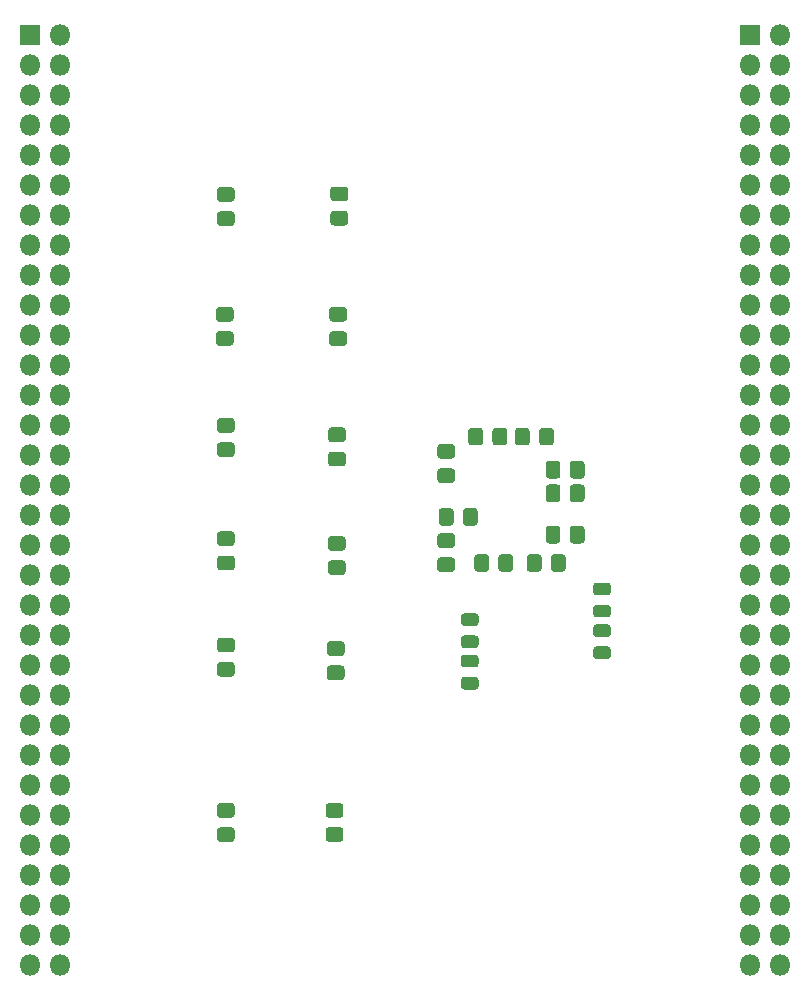
<source format=gbr>
%TF.GenerationSoftware,KiCad,Pcbnew,(5.1.6)-1*%
%TF.CreationDate,2020-07-30T18:42:53+03:00*%
%TF.ProjectId,386_v1,3338365f-7631-42e6-9b69-6361645f7063,rev?*%
%TF.SameCoordinates,Original*%
%TF.FileFunction,Soldermask,Bot*%
%TF.FilePolarity,Negative*%
%FSLAX46Y46*%
G04 Gerber Fmt 4.6, Leading zero omitted, Abs format (unit mm)*
G04 Created by KiCad (PCBNEW (5.1.6)-1) date 2020-07-30 18:42:53*
%MOMM*%
%LPD*%
G01*
G04 APERTURE LIST*
%ADD10R,1.800000X1.800000*%
%ADD11O,1.800000X1.800000*%
G04 APERTURE END LIST*
D10*
%TO.C,U8*%
X31860000Y-27960000D03*
D11*
X34400000Y-27960000D03*
X31860000Y-30500000D03*
X34400000Y-30500000D03*
X31860000Y-33040000D03*
X34400000Y-33040000D03*
X31860000Y-35580000D03*
X34400000Y-35580000D03*
X31860000Y-38120000D03*
X34400000Y-38120000D03*
X31860000Y-40660000D03*
X34400000Y-40660000D03*
X31860000Y-43200000D03*
X34400000Y-43200000D03*
X31860000Y-45740000D03*
X34400000Y-45740000D03*
X31860000Y-48280000D03*
X34400000Y-48280000D03*
X31860000Y-50820000D03*
X34400000Y-50820000D03*
X31860000Y-53360000D03*
X34400000Y-53360000D03*
X31860000Y-55900000D03*
X34400000Y-55900000D03*
X31860000Y-58440000D03*
X34400000Y-58440000D03*
X31860000Y-60980000D03*
X34400000Y-60980000D03*
X31860000Y-63520000D03*
X34400000Y-63520000D03*
X31860000Y-66060000D03*
X34400000Y-66060000D03*
X31860000Y-68600000D03*
X34400000Y-68600000D03*
X31860000Y-71140000D03*
X34400000Y-71140000D03*
X31860000Y-73680000D03*
X34400000Y-73680000D03*
X31860000Y-76220000D03*
X34400000Y-76220000D03*
X31860000Y-78760000D03*
X34400000Y-78760000D03*
X31860000Y-81300000D03*
X34400000Y-81300000D03*
X31860000Y-83840000D03*
X34400000Y-83840000D03*
X31860000Y-86380000D03*
X34400000Y-86380000D03*
X31860000Y-88920000D03*
X34400000Y-88920000D03*
X31860000Y-91460000D03*
X34400000Y-91460000D03*
X31860000Y-94000000D03*
X34400000Y-94000000D03*
X31860000Y-96540000D03*
X34400000Y-96540000D03*
X31860000Y-99080000D03*
X34400000Y-99080000D03*
X31860000Y-101620000D03*
X34400000Y-101620000D03*
X31860000Y-104160000D03*
X34400000Y-104160000D03*
X31860000Y-106700000D03*
X34400000Y-106700000D03*
%TD*%
%TO.C,C1*%
G36*
G01*
X71525000Y-73178262D02*
X71525000Y-72221738D01*
G75*
G02*
X71796738Y-71950000I271738J0D01*
G01*
X72503262Y-71950000D01*
G75*
G02*
X72775000Y-72221738I0J-271738D01*
G01*
X72775000Y-73178262D01*
G75*
G02*
X72503262Y-73450000I-271738J0D01*
G01*
X71796738Y-73450000D01*
G75*
G02*
X71525000Y-73178262I0J271738D01*
G01*
G37*
G36*
G01*
X69475000Y-73178262D02*
X69475000Y-72221738D01*
G75*
G02*
X69746738Y-71950000I271738J0D01*
G01*
X70453262Y-71950000D01*
G75*
G02*
X70725000Y-72221738I0J-271738D01*
G01*
X70725000Y-73178262D01*
G75*
G02*
X70453262Y-73450000I-271738J0D01*
G01*
X69746738Y-73450000D01*
G75*
G02*
X69475000Y-73178262I0J271738D01*
G01*
G37*
%TD*%
%TO.C,C2*%
G36*
G01*
X77225000Y-72221738D02*
X77225000Y-73178262D01*
G75*
G02*
X76953262Y-73450000I-271738J0D01*
G01*
X76246738Y-73450000D01*
G75*
G02*
X75975000Y-73178262I0J271738D01*
G01*
X75975000Y-72221738D01*
G75*
G02*
X76246738Y-71950000I271738J0D01*
G01*
X76953262Y-71950000D01*
G75*
G02*
X77225000Y-72221738I0J-271738D01*
G01*
G37*
G36*
G01*
X75175000Y-72221738D02*
X75175000Y-73178262D01*
G75*
G02*
X74903262Y-73450000I-271738J0D01*
G01*
X74196738Y-73450000D01*
G75*
G02*
X73925000Y-73178262I0J271738D01*
G01*
X73925000Y-72221738D01*
G75*
G02*
X74196738Y-71950000I271738J0D01*
G01*
X74903262Y-71950000D01*
G75*
G02*
X75175000Y-72221738I0J-271738D01*
G01*
G37*
%TD*%
%TO.C,C3*%
G36*
G01*
X78825000Y-69821738D02*
X78825000Y-70778262D01*
G75*
G02*
X78553262Y-71050000I-271738J0D01*
G01*
X77846738Y-71050000D01*
G75*
G02*
X77575000Y-70778262I0J271738D01*
G01*
X77575000Y-69821738D01*
G75*
G02*
X77846738Y-69550000I271738J0D01*
G01*
X78553262Y-69550000D01*
G75*
G02*
X78825000Y-69821738I0J-271738D01*
G01*
G37*
G36*
G01*
X76775000Y-69821738D02*
X76775000Y-70778262D01*
G75*
G02*
X76503262Y-71050000I-271738J0D01*
G01*
X75796738Y-71050000D01*
G75*
G02*
X75525000Y-70778262I0J271738D01*
G01*
X75525000Y-69821738D01*
G75*
G02*
X75796738Y-69550000I271738J0D01*
G01*
X76503262Y-69550000D01*
G75*
G02*
X76775000Y-69821738I0J-271738D01*
G01*
G37*
%TD*%
%TO.C,C4*%
G36*
G01*
X76775000Y-66321738D02*
X76775000Y-67278262D01*
G75*
G02*
X76503262Y-67550000I-271738J0D01*
G01*
X75796738Y-67550000D01*
G75*
G02*
X75525000Y-67278262I0J271738D01*
G01*
X75525000Y-66321738D01*
G75*
G02*
X75796738Y-66050000I271738J0D01*
G01*
X76503262Y-66050000D01*
G75*
G02*
X76775000Y-66321738I0J-271738D01*
G01*
G37*
G36*
G01*
X78825000Y-66321738D02*
X78825000Y-67278262D01*
G75*
G02*
X78553262Y-67550000I-271738J0D01*
G01*
X77846738Y-67550000D01*
G75*
G02*
X77575000Y-67278262I0J271738D01*
G01*
X77575000Y-66321738D01*
G75*
G02*
X77846738Y-66050000I271738J0D01*
G01*
X78553262Y-66050000D01*
G75*
G02*
X78825000Y-66321738I0J-271738D01*
G01*
G37*
%TD*%
%TO.C,C5*%
G36*
G01*
X78825000Y-64321738D02*
X78825000Y-65278262D01*
G75*
G02*
X78553262Y-65550000I-271738J0D01*
G01*
X77846738Y-65550000D01*
G75*
G02*
X77575000Y-65278262I0J271738D01*
G01*
X77575000Y-64321738D01*
G75*
G02*
X77846738Y-64050000I271738J0D01*
G01*
X78553262Y-64050000D01*
G75*
G02*
X78825000Y-64321738I0J-271738D01*
G01*
G37*
G36*
G01*
X76775000Y-64321738D02*
X76775000Y-65278262D01*
G75*
G02*
X76503262Y-65550000I-271738J0D01*
G01*
X75796738Y-65550000D01*
G75*
G02*
X75525000Y-65278262I0J271738D01*
G01*
X75525000Y-64321738D01*
G75*
G02*
X75796738Y-64050000I271738J0D01*
G01*
X76503262Y-64050000D01*
G75*
G02*
X76775000Y-64321738I0J-271738D01*
G01*
G37*
%TD*%
%TO.C,C6*%
G36*
G01*
X76225000Y-61521738D02*
X76225000Y-62478262D01*
G75*
G02*
X75953262Y-62750000I-271738J0D01*
G01*
X75246738Y-62750000D01*
G75*
G02*
X74975000Y-62478262I0J271738D01*
G01*
X74975000Y-61521738D01*
G75*
G02*
X75246738Y-61250000I271738J0D01*
G01*
X75953262Y-61250000D01*
G75*
G02*
X76225000Y-61521738I0J-271738D01*
G01*
G37*
G36*
G01*
X74175000Y-61521738D02*
X74175000Y-62478262D01*
G75*
G02*
X73903262Y-62750000I-271738J0D01*
G01*
X73196738Y-62750000D01*
G75*
G02*
X72925000Y-62478262I0J271738D01*
G01*
X72925000Y-61521738D01*
G75*
G02*
X73196738Y-61250000I271738J0D01*
G01*
X73903262Y-61250000D01*
G75*
G02*
X74175000Y-61521738I0J-271738D01*
G01*
G37*
%TD*%
%TO.C,C7*%
G36*
G01*
X71025000Y-62478262D02*
X71025000Y-61521738D01*
G75*
G02*
X71296738Y-61250000I271738J0D01*
G01*
X72003262Y-61250000D01*
G75*
G02*
X72275000Y-61521738I0J-271738D01*
G01*
X72275000Y-62478262D01*
G75*
G02*
X72003262Y-62750000I-271738J0D01*
G01*
X71296738Y-62750000D01*
G75*
G02*
X71025000Y-62478262I0J271738D01*
G01*
G37*
G36*
G01*
X68975000Y-62478262D02*
X68975000Y-61521738D01*
G75*
G02*
X69246738Y-61250000I271738J0D01*
G01*
X69953262Y-61250000D01*
G75*
G02*
X70225000Y-61521738I0J-271738D01*
G01*
X70225000Y-62478262D01*
G75*
G02*
X69953262Y-62750000I-271738J0D01*
G01*
X69246738Y-62750000D01*
G75*
G02*
X68975000Y-62478262I0J271738D01*
G01*
G37*
%TD*%
%TO.C,C8*%
G36*
G01*
X67578262Y-63875000D02*
X66621738Y-63875000D01*
G75*
G02*
X66350000Y-63603262I0J271738D01*
G01*
X66350000Y-62896738D01*
G75*
G02*
X66621738Y-62625000I271738J0D01*
G01*
X67578262Y-62625000D01*
G75*
G02*
X67850000Y-62896738I0J-271738D01*
G01*
X67850000Y-63603262D01*
G75*
G02*
X67578262Y-63875000I-271738J0D01*
G01*
G37*
G36*
G01*
X67578262Y-65925000D02*
X66621738Y-65925000D01*
G75*
G02*
X66350000Y-65653262I0J271738D01*
G01*
X66350000Y-64946738D01*
G75*
G02*
X66621738Y-64675000I271738J0D01*
G01*
X67578262Y-64675000D01*
G75*
G02*
X67850000Y-64946738I0J-271738D01*
G01*
X67850000Y-65653262D01*
G75*
G02*
X67578262Y-65925000I-271738J0D01*
G01*
G37*
%TD*%
%TO.C,C9*%
G36*
G01*
X66621738Y-70175000D02*
X67578262Y-70175000D01*
G75*
G02*
X67850000Y-70446738I0J-271738D01*
G01*
X67850000Y-71153262D01*
G75*
G02*
X67578262Y-71425000I-271738J0D01*
G01*
X66621738Y-71425000D01*
G75*
G02*
X66350000Y-71153262I0J271738D01*
G01*
X66350000Y-70446738D01*
G75*
G02*
X66621738Y-70175000I271738J0D01*
G01*
G37*
G36*
G01*
X66621738Y-72225000D02*
X67578262Y-72225000D01*
G75*
G02*
X67850000Y-72496738I0J-271738D01*
G01*
X67850000Y-73203262D01*
G75*
G02*
X67578262Y-73475000I-271738J0D01*
G01*
X66621738Y-73475000D01*
G75*
G02*
X66350000Y-73203262I0J271738D01*
G01*
X66350000Y-72496738D01*
G75*
G02*
X66621738Y-72225000I271738J0D01*
G01*
G37*
%TD*%
%TO.C,C10*%
G36*
G01*
X66475000Y-69278262D02*
X66475000Y-68321738D01*
G75*
G02*
X66746738Y-68050000I271738J0D01*
G01*
X67453262Y-68050000D01*
G75*
G02*
X67725000Y-68321738I0J-271738D01*
G01*
X67725000Y-69278262D01*
G75*
G02*
X67453262Y-69550000I-271738J0D01*
G01*
X66746738Y-69550000D01*
G75*
G02*
X66475000Y-69278262I0J271738D01*
G01*
G37*
G36*
G01*
X68525000Y-69278262D02*
X68525000Y-68321738D01*
G75*
G02*
X68796738Y-68050000I271738J0D01*
G01*
X69503262Y-68050000D01*
G75*
G02*
X69775000Y-68321738I0J-271738D01*
G01*
X69775000Y-69278262D01*
G75*
G02*
X69503262Y-69550000I-271738J0D01*
G01*
X68796738Y-69550000D01*
G75*
G02*
X68525000Y-69278262I0J271738D01*
G01*
G37*
%TD*%
%TO.C,U7*%
X95340000Y-106700000D03*
X92800000Y-106700000D03*
X95340000Y-104160000D03*
X92800000Y-104160000D03*
X95340000Y-101620000D03*
X92800000Y-101620000D03*
X95340000Y-99080000D03*
X92800000Y-99080000D03*
X95340000Y-96540000D03*
X92800000Y-96540000D03*
X95340000Y-94000000D03*
X92800000Y-94000000D03*
X95340000Y-91460000D03*
X92800000Y-91460000D03*
X95340000Y-88920000D03*
X92800000Y-88920000D03*
X95340000Y-86380000D03*
X92800000Y-86380000D03*
X95340000Y-83840000D03*
X92800000Y-83840000D03*
X95340000Y-81300000D03*
X92800000Y-81300000D03*
X95340000Y-78760000D03*
X92800000Y-78760000D03*
X95340000Y-76220000D03*
X92800000Y-76220000D03*
X95340000Y-73680000D03*
X92800000Y-73680000D03*
X95340000Y-71140000D03*
X92800000Y-71140000D03*
X95340000Y-68600000D03*
X92800000Y-68600000D03*
X95340000Y-66060000D03*
X92800000Y-66060000D03*
X95340000Y-63520000D03*
X92800000Y-63520000D03*
X95340000Y-60980000D03*
X92800000Y-60980000D03*
X95340000Y-58440000D03*
X92800000Y-58440000D03*
X95340000Y-55900000D03*
X92800000Y-55900000D03*
X95340000Y-53360000D03*
X92800000Y-53360000D03*
X95340000Y-50820000D03*
X92800000Y-50820000D03*
X95340000Y-48280000D03*
X92800000Y-48280000D03*
X95340000Y-45740000D03*
X92800000Y-45740000D03*
X95340000Y-43200000D03*
X92800000Y-43200000D03*
X95340000Y-40660000D03*
X92800000Y-40660000D03*
X95340000Y-38120000D03*
X92800000Y-38120000D03*
X95340000Y-35580000D03*
X92800000Y-35580000D03*
X95340000Y-33040000D03*
X92800000Y-33040000D03*
X95340000Y-30500000D03*
X92800000Y-30500000D03*
X95340000Y-27960000D03*
D10*
X92800000Y-27960000D03*
%TD*%
%TO.C,R1*%
G36*
G01*
X79818750Y-77887500D02*
X80781250Y-77887500D01*
G75*
G02*
X81050000Y-78156250I0J-268750D01*
G01*
X81050000Y-78693750D01*
G75*
G02*
X80781250Y-78962500I-268750J0D01*
G01*
X79818750Y-78962500D01*
G75*
G02*
X79550000Y-78693750I0J268750D01*
G01*
X79550000Y-78156250D01*
G75*
G02*
X79818750Y-77887500I268750J0D01*
G01*
G37*
G36*
G01*
X79818750Y-79762500D02*
X80781250Y-79762500D01*
G75*
G02*
X81050000Y-80031250I0J-268750D01*
G01*
X81050000Y-80568750D01*
G75*
G02*
X80781250Y-80837500I-268750J0D01*
G01*
X79818750Y-80837500D01*
G75*
G02*
X79550000Y-80568750I0J268750D01*
G01*
X79550000Y-80031250D01*
G75*
G02*
X79818750Y-79762500I268750J0D01*
G01*
G37*
%TD*%
%TO.C,R2*%
G36*
G01*
X79818750Y-74362500D02*
X80781250Y-74362500D01*
G75*
G02*
X81050000Y-74631250I0J-268750D01*
G01*
X81050000Y-75168750D01*
G75*
G02*
X80781250Y-75437500I-268750J0D01*
G01*
X79818750Y-75437500D01*
G75*
G02*
X79550000Y-75168750I0J268750D01*
G01*
X79550000Y-74631250D01*
G75*
G02*
X79818750Y-74362500I268750J0D01*
G01*
G37*
G36*
G01*
X79818750Y-76237500D02*
X80781250Y-76237500D01*
G75*
G02*
X81050000Y-76506250I0J-268750D01*
G01*
X81050000Y-77043750D01*
G75*
G02*
X80781250Y-77312500I-268750J0D01*
G01*
X79818750Y-77312500D01*
G75*
G02*
X79550000Y-77043750I0J268750D01*
G01*
X79550000Y-76506250D01*
G75*
G02*
X79818750Y-76237500I268750J0D01*
G01*
G37*
%TD*%
%TO.C,R3*%
G36*
G01*
X68618750Y-82337500D02*
X69581250Y-82337500D01*
G75*
G02*
X69850000Y-82606250I0J-268750D01*
G01*
X69850000Y-83143750D01*
G75*
G02*
X69581250Y-83412500I-268750J0D01*
G01*
X68618750Y-83412500D01*
G75*
G02*
X68350000Y-83143750I0J268750D01*
G01*
X68350000Y-82606250D01*
G75*
G02*
X68618750Y-82337500I268750J0D01*
G01*
G37*
G36*
G01*
X68618750Y-80462500D02*
X69581250Y-80462500D01*
G75*
G02*
X69850000Y-80731250I0J-268750D01*
G01*
X69850000Y-81268750D01*
G75*
G02*
X69581250Y-81537500I-268750J0D01*
G01*
X68618750Y-81537500D01*
G75*
G02*
X68350000Y-81268750I0J268750D01*
G01*
X68350000Y-80731250D01*
G75*
G02*
X68618750Y-80462500I268750J0D01*
G01*
G37*
%TD*%
%TO.C,R4*%
G36*
G01*
X68618750Y-76962500D02*
X69581250Y-76962500D01*
G75*
G02*
X69850000Y-77231250I0J-268750D01*
G01*
X69850000Y-77768750D01*
G75*
G02*
X69581250Y-78037500I-268750J0D01*
G01*
X68618750Y-78037500D01*
G75*
G02*
X68350000Y-77768750I0J268750D01*
G01*
X68350000Y-77231250D01*
G75*
G02*
X68618750Y-76962500I268750J0D01*
G01*
G37*
G36*
G01*
X68618750Y-78837500D02*
X69581250Y-78837500D01*
G75*
G02*
X69850000Y-79106250I0J-268750D01*
G01*
X69850000Y-79643750D01*
G75*
G02*
X69581250Y-79912500I-268750J0D01*
G01*
X68618750Y-79912500D01*
G75*
G02*
X68350000Y-79643750I0J268750D01*
G01*
X68350000Y-79106250D01*
G75*
G02*
X68618750Y-78837500I268750J0D01*
G01*
G37*
%TD*%
%TO.C,C13*%
G36*
G01*
X48928262Y-42125000D02*
X47971738Y-42125000D01*
G75*
G02*
X47700000Y-41853262I0J271738D01*
G01*
X47700000Y-41146738D01*
G75*
G02*
X47971738Y-40875000I271738J0D01*
G01*
X48928262Y-40875000D01*
G75*
G02*
X49200000Y-41146738I0J-271738D01*
G01*
X49200000Y-41853262D01*
G75*
G02*
X48928262Y-42125000I-271738J0D01*
G01*
G37*
G36*
G01*
X48928262Y-44175000D02*
X47971738Y-44175000D01*
G75*
G02*
X47700000Y-43903262I0J271738D01*
G01*
X47700000Y-43196738D01*
G75*
G02*
X47971738Y-42925000I271738J0D01*
G01*
X48928262Y-42925000D01*
G75*
G02*
X49200000Y-43196738I0J-271738D01*
G01*
X49200000Y-43903262D01*
G75*
G02*
X48928262Y-44175000I-271738J0D01*
G01*
G37*
%TD*%
%TO.C,C14*%
G36*
G01*
X48828262Y-54325000D02*
X47871738Y-54325000D01*
G75*
G02*
X47600000Y-54053262I0J271738D01*
G01*
X47600000Y-53346738D01*
G75*
G02*
X47871738Y-53075000I271738J0D01*
G01*
X48828262Y-53075000D01*
G75*
G02*
X49100000Y-53346738I0J-271738D01*
G01*
X49100000Y-54053262D01*
G75*
G02*
X48828262Y-54325000I-271738J0D01*
G01*
G37*
G36*
G01*
X48828262Y-52275000D02*
X47871738Y-52275000D01*
G75*
G02*
X47600000Y-52003262I0J271738D01*
G01*
X47600000Y-51296738D01*
G75*
G02*
X47871738Y-51025000I271738J0D01*
G01*
X48828262Y-51025000D01*
G75*
G02*
X49100000Y-51296738I0J-271738D01*
G01*
X49100000Y-52003262D01*
G75*
G02*
X48828262Y-52275000I-271738J0D01*
G01*
G37*
%TD*%
%TO.C,C15*%
G36*
G01*
X48928262Y-61675000D02*
X47971738Y-61675000D01*
G75*
G02*
X47700000Y-61403262I0J271738D01*
G01*
X47700000Y-60696738D01*
G75*
G02*
X47971738Y-60425000I271738J0D01*
G01*
X48928262Y-60425000D01*
G75*
G02*
X49200000Y-60696738I0J-271738D01*
G01*
X49200000Y-61403262D01*
G75*
G02*
X48928262Y-61675000I-271738J0D01*
G01*
G37*
G36*
G01*
X48928262Y-63725000D02*
X47971738Y-63725000D01*
G75*
G02*
X47700000Y-63453262I0J271738D01*
G01*
X47700000Y-62746738D01*
G75*
G02*
X47971738Y-62475000I271738J0D01*
G01*
X48928262Y-62475000D01*
G75*
G02*
X49200000Y-62746738I0J-271738D01*
G01*
X49200000Y-63453262D01*
G75*
G02*
X48928262Y-63725000I-271738J0D01*
G01*
G37*
%TD*%
%TO.C,C16*%
G36*
G01*
X48928262Y-73325000D02*
X47971738Y-73325000D01*
G75*
G02*
X47700000Y-73053262I0J271738D01*
G01*
X47700000Y-72346738D01*
G75*
G02*
X47971738Y-72075000I271738J0D01*
G01*
X48928262Y-72075000D01*
G75*
G02*
X49200000Y-72346738I0J-271738D01*
G01*
X49200000Y-73053262D01*
G75*
G02*
X48928262Y-73325000I-271738J0D01*
G01*
G37*
G36*
G01*
X48928262Y-71275000D02*
X47971738Y-71275000D01*
G75*
G02*
X47700000Y-71003262I0J271738D01*
G01*
X47700000Y-70296738D01*
G75*
G02*
X47971738Y-70025000I271738J0D01*
G01*
X48928262Y-70025000D01*
G75*
G02*
X49200000Y-70296738I0J-271738D01*
G01*
X49200000Y-71003262D01*
G75*
G02*
X48928262Y-71275000I-271738J0D01*
G01*
G37*
%TD*%
%TO.C,C17*%
G36*
G01*
X48928262Y-96325000D02*
X47971738Y-96325000D01*
G75*
G02*
X47700000Y-96053262I0J271738D01*
G01*
X47700000Y-95346738D01*
G75*
G02*
X47971738Y-95075000I271738J0D01*
G01*
X48928262Y-95075000D01*
G75*
G02*
X49200000Y-95346738I0J-271738D01*
G01*
X49200000Y-96053262D01*
G75*
G02*
X48928262Y-96325000I-271738J0D01*
G01*
G37*
G36*
G01*
X48928262Y-94275000D02*
X47971738Y-94275000D01*
G75*
G02*
X47700000Y-94003262I0J271738D01*
G01*
X47700000Y-93296738D01*
G75*
G02*
X47971738Y-93025000I271738J0D01*
G01*
X48928262Y-93025000D01*
G75*
G02*
X49200000Y-93296738I0J-271738D01*
G01*
X49200000Y-94003262D01*
G75*
G02*
X48928262Y-94275000I-271738J0D01*
G01*
G37*
%TD*%
%TO.C,C18*%
G36*
G01*
X48928262Y-80275000D02*
X47971738Y-80275000D01*
G75*
G02*
X47700000Y-80003262I0J271738D01*
G01*
X47700000Y-79296738D01*
G75*
G02*
X47971738Y-79025000I271738J0D01*
G01*
X48928262Y-79025000D01*
G75*
G02*
X49200000Y-79296738I0J-271738D01*
G01*
X49200000Y-80003262D01*
G75*
G02*
X48928262Y-80275000I-271738J0D01*
G01*
G37*
G36*
G01*
X48928262Y-82325000D02*
X47971738Y-82325000D01*
G75*
G02*
X47700000Y-82053262I0J271738D01*
G01*
X47700000Y-81346738D01*
G75*
G02*
X47971738Y-81075000I271738J0D01*
G01*
X48928262Y-81075000D01*
G75*
G02*
X49200000Y-81346738I0J-271738D01*
G01*
X49200000Y-82053262D01*
G75*
G02*
X48928262Y-82325000I-271738J0D01*
G01*
G37*
%TD*%
%TO.C,C19*%
G36*
G01*
X58228262Y-80575000D02*
X57271738Y-80575000D01*
G75*
G02*
X57000000Y-80303262I0J271738D01*
G01*
X57000000Y-79596738D01*
G75*
G02*
X57271738Y-79325000I271738J0D01*
G01*
X58228262Y-79325000D01*
G75*
G02*
X58500000Y-79596738I0J-271738D01*
G01*
X58500000Y-80303262D01*
G75*
G02*
X58228262Y-80575000I-271738J0D01*
G01*
G37*
G36*
G01*
X58228262Y-82625000D02*
X57271738Y-82625000D01*
G75*
G02*
X57000000Y-82353262I0J271738D01*
G01*
X57000000Y-81646738D01*
G75*
G02*
X57271738Y-81375000I271738J0D01*
G01*
X58228262Y-81375000D01*
G75*
G02*
X58500000Y-81646738I0J-271738D01*
G01*
X58500000Y-82353262D01*
G75*
G02*
X58228262Y-82625000I-271738J0D01*
G01*
G37*
%TD*%
%TO.C,C20*%
G36*
G01*
X58128262Y-96325000D02*
X57171738Y-96325000D01*
G75*
G02*
X56900000Y-96053262I0J271738D01*
G01*
X56900000Y-95346738D01*
G75*
G02*
X57171738Y-95075000I271738J0D01*
G01*
X58128262Y-95075000D01*
G75*
G02*
X58400000Y-95346738I0J-271738D01*
G01*
X58400000Y-96053262D01*
G75*
G02*
X58128262Y-96325000I-271738J0D01*
G01*
G37*
G36*
G01*
X58128262Y-94275000D02*
X57171738Y-94275000D01*
G75*
G02*
X56900000Y-94003262I0J271738D01*
G01*
X56900000Y-93296738D01*
G75*
G02*
X57171738Y-93025000I271738J0D01*
G01*
X58128262Y-93025000D01*
G75*
G02*
X58400000Y-93296738I0J-271738D01*
G01*
X58400000Y-94003262D01*
G75*
G02*
X58128262Y-94275000I-271738J0D01*
G01*
G37*
%TD*%
%TO.C,C21*%
G36*
G01*
X58328262Y-62475000D02*
X57371738Y-62475000D01*
G75*
G02*
X57100000Y-62203262I0J271738D01*
G01*
X57100000Y-61496738D01*
G75*
G02*
X57371738Y-61225000I271738J0D01*
G01*
X58328262Y-61225000D01*
G75*
G02*
X58600000Y-61496738I0J-271738D01*
G01*
X58600000Y-62203262D01*
G75*
G02*
X58328262Y-62475000I-271738J0D01*
G01*
G37*
G36*
G01*
X58328262Y-64525000D02*
X57371738Y-64525000D01*
G75*
G02*
X57100000Y-64253262I0J271738D01*
G01*
X57100000Y-63546738D01*
G75*
G02*
X57371738Y-63275000I271738J0D01*
G01*
X58328262Y-63275000D01*
G75*
G02*
X58600000Y-63546738I0J-271738D01*
G01*
X58600000Y-64253262D01*
G75*
G02*
X58328262Y-64525000I-271738J0D01*
G01*
G37*
%TD*%
%TO.C,C22*%
G36*
G01*
X58328262Y-73725000D02*
X57371738Y-73725000D01*
G75*
G02*
X57100000Y-73453262I0J271738D01*
G01*
X57100000Y-72746738D01*
G75*
G02*
X57371738Y-72475000I271738J0D01*
G01*
X58328262Y-72475000D01*
G75*
G02*
X58600000Y-72746738I0J-271738D01*
G01*
X58600000Y-73453262D01*
G75*
G02*
X58328262Y-73725000I-271738J0D01*
G01*
G37*
G36*
G01*
X58328262Y-71675000D02*
X57371738Y-71675000D01*
G75*
G02*
X57100000Y-71403262I0J271738D01*
G01*
X57100000Y-70696738D01*
G75*
G02*
X57371738Y-70425000I271738J0D01*
G01*
X58328262Y-70425000D01*
G75*
G02*
X58600000Y-70696738I0J-271738D01*
G01*
X58600000Y-71403262D01*
G75*
G02*
X58328262Y-71675000I-271738J0D01*
G01*
G37*
%TD*%
%TO.C,C23*%
G36*
G01*
X58528262Y-42075000D02*
X57571738Y-42075000D01*
G75*
G02*
X57300000Y-41803262I0J271738D01*
G01*
X57300000Y-41096738D01*
G75*
G02*
X57571738Y-40825000I271738J0D01*
G01*
X58528262Y-40825000D01*
G75*
G02*
X58800000Y-41096738I0J-271738D01*
G01*
X58800000Y-41803262D01*
G75*
G02*
X58528262Y-42075000I-271738J0D01*
G01*
G37*
G36*
G01*
X58528262Y-44125000D02*
X57571738Y-44125000D01*
G75*
G02*
X57300000Y-43853262I0J271738D01*
G01*
X57300000Y-43146738D01*
G75*
G02*
X57571738Y-42875000I271738J0D01*
G01*
X58528262Y-42875000D01*
G75*
G02*
X58800000Y-43146738I0J-271738D01*
G01*
X58800000Y-43853262D01*
G75*
G02*
X58528262Y-44125000I-271738J0D01*
G01*
G37*
%TD*%
%TO.C,C24*%
G36*
G01*
X58428262Y-54325000D02*
X57471738Y-54325000D01*
G75*
G02*
X57200000Y-54053262I0J271738D01*
G01*
X57200000Y-53346738D01*
G75*
G02*
X57471738Y-53075000I271738J0D01*
G01*
X58428262Y-53075000D01*
G75*
G02*
X58700000Y-53346738I0J-271738D01*
G01*
X58700000Y-54053262D01*
G75*
G02*
X58428262Y-54325000I-271738J0D01*
G01*
G37*
G36*
G01*
X58428262Y-52275000D02*
X57471738Y-52275000D01*
G75*
G02*
X57200000Y-52003262I0J271738D01*
G01*
X57200000Y-51296738D01*
G75*
G02*
X57471738Y-51025000I271738J0D01*
G01*
X58428262Y-51025000D01*
G75*
G02*
X58700000Y-51296738I0J-271738D01*
G01*
X58700000Y-52003262D01*
G75*
G02*
X58428262Y-52275000I-271738J0D01*
G01*
G37*
%TD*%
M02*

</source>
